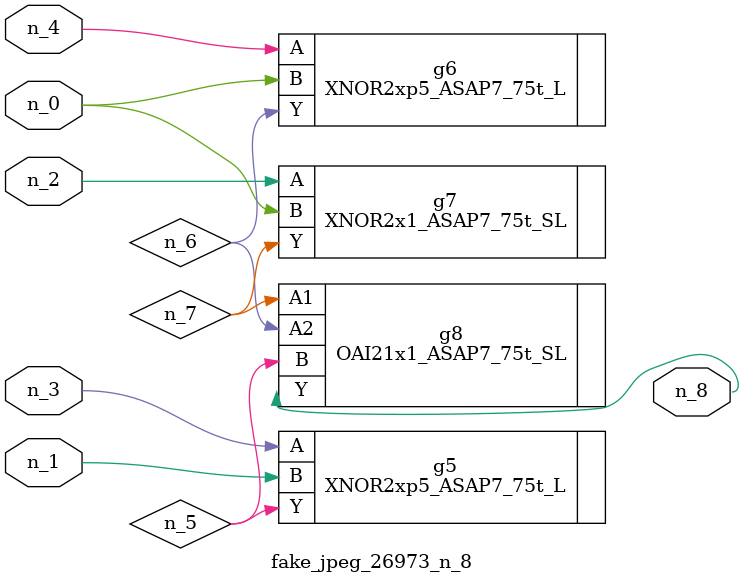
<source format=v>
module fake_jpeg_26973_n_8 (n_3, n_2, n_1, n_0, n_4, n_8);

input n_3;
input n_2;
input n_1;
input n_0;
input n_4;

output n_8;

wire n_6;
wire n_5;
wire n_7;

XNOR2xp5_ASAP7_75t_L g5 ( 
.A(n_3),
.B(n_1),
.Y(n_5)
);

XNOR2xp5_ASAP7_75t_L g6 ( 
.A(n_4),
.B(n_0),
.Y(n_6)
);

XNOR2x1_ASAP7_75t_SL g7 ( 
.A(n_2),
.B(n_0),
.Y(n_7)
);

OAI21x1_ASAP7_75t_SL g8 ( 
.A1(n_7),
.A2(n_6),
.B(n_5),
.Y(n_8)
);


endmodule
</source>
